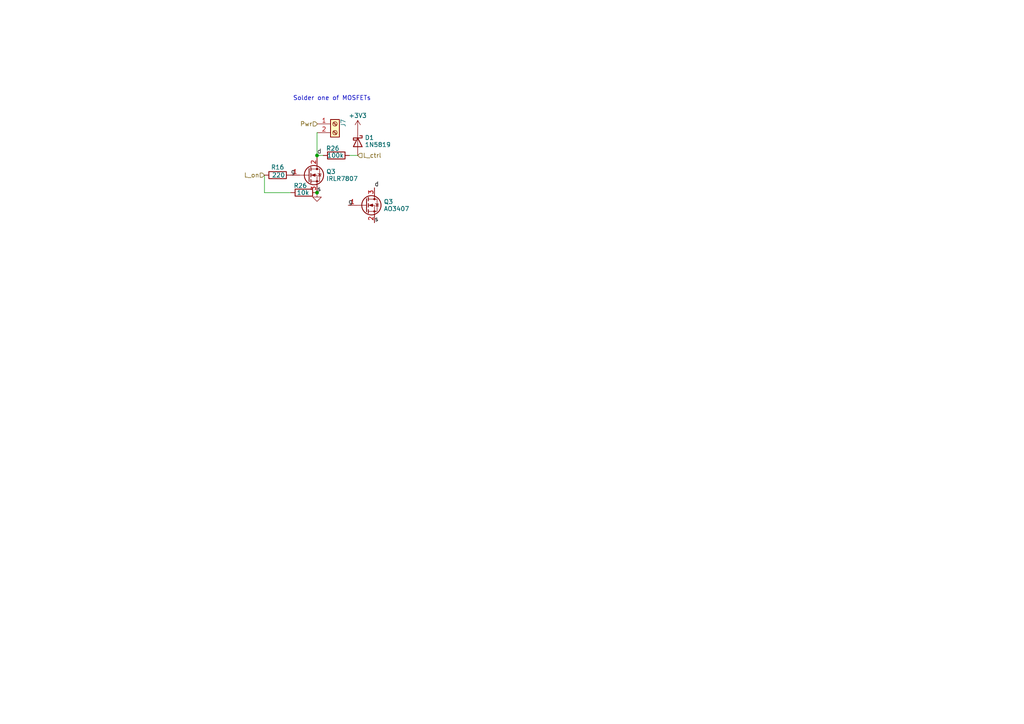
<source format=kicad_sch>
(kicad_sch (version 20230121) (generator eeschema)
  (paper "A4")
  (lib_symbols
    (symbol "Connector:Screw_Terminal_01x02" (pin_names (offset 1.016) hide)
      (property "Reference" "J" (at 0 2.54 0))
      (property "Value" "Screw_Terminal_01x02" (at 0 -5.08 0))
      (symbol "Screw_Terminal_01x02_1_1"
        (rectangle (start -1.27 1.27) (end 1.27 -3.81) (stroke (width 0.254)) (fill (type background)))
        (circle (center 0 -2.54) (radius 0.635) (stroke (width 0.1524)))
        (polyline (pts (xy -0.5334 -2.2098) (xy 0.3302 -3.048)) (stroke (width 0.1524)))
        (polyline (pts (xy -0.5334 0.3302) (xy 0.3302 -0.508)) (stroke (width 0.1524)))
        (polyline (pts (xy -0.3556 -2.032) (xy 0.508 -2.8702)) (stroke (width 0.1524)))
        (polyline (pts (xy -0.3556 0.508) (xy 0.508 -0.3302)) (stroke (width 0.1524)))
        (circle (center 0 0) (radius 0.635) (stroke (width 0.1524)))
        (pin passive line (at -5.08 0 0) (length 3.81) (name "Pin_1") (number "1"))
        (pin passive line (at -5.08 -2.54 0) (length 3.81) (name "Pin_2") (number "2"))
      )
    )
    (symbol "Device:D_Schottky" (pin_numbers hide) (pin_names (offset 1.016) hide)
      (property "Reference" "D" (at 0 2.54 0))
      (property "Value" "D_Schottky" (at 0 -2.54 0))
      (symbol "D_Schottky_0_1"
        (polyline (pts (xy 1.27 0) (xy -1.27 0)))
        (polyline (pts (xy 1.27 1.27) (xy 1.27 -1.27) (xy -1.27 0) (xy 1.27 1.27)) (stroke (width 0.254)))
        (polyline (pts (xy -1.905 0.635) (xy -1.905 1.27) (xy -1.27 1.27) (xy -1.27 -1.27) (xy -0.635 -1.27) (xy -0.635 -0.635)) (stroke (width 0.254)))
      )
      (symbol "D_Schottky_1_1"
        (pin passive line (at -3.81 0 0) (length 2.54) (name "K") (number "1"))
        (pin passive line (at 3.81 0 180) (length 2.54) (name "A") (number "2"))
      )
    )
    (symbol "Device:Q_NMOS_GDS" (pin_names (offset 0) hide)
      (property "Reference" "Q" (at 5.08 1.27 0))
      (property "Value" "Q_NMOS_GDS" (at 5.08 -1.27 0))
      (symbol "Q_NMOS_GDS_0_1"
        (polyline (pts (xy 0.254 0) (xy -2.54 0)))
        (polyline (pts (xy 0.254 1.905) (xy 0.254 -1.905)) (stroke (width 0.254)))
        (polyline (pts (xy 0.762 -1.27) (xy 0.762 -2.286)) (stroke (width 0.254)))
        (polyline (pts (xy 0.762 0.508) (xy 0.762 -0.508)) (stroke (width 0.254)))
        (polyline (pts (xy 0.762 2.286) (xy 0.762 1.27)) (stroke (width 0.254)))
        (polyline (pts (xy 2.54 2.54) (xy 2.54 1.778)))
        (polyline (pts (xy 2.54 -2.54) (xy 2.54 0) (xy 0.762 0)))
        (polyline (pts (xy 0.762 -1.778) (xy 3.302 -1.778) (xy 3.302 1.778) (xy 0.762 1.778)))
        (polyline (pts (xy 1.016 0) (xy 2.032 0.381) (xy 2.032 -0.381) (xy 1.016 0)) (fill (type outline)))
        (polyline (pts (xy 2.794 0.508) (xy 2.921 0.381) (xy 3.683 0.381) (xy 3.81 0.254)))
        (polyline (pts (xy 3.302 0.381) (xy 2.921 -0.254) (xy 3.683 -0.254) (xy 3.302 0.381)))
        (circle (center 1.651 0) (radius 2.794) (stroke (width 0.254)))
        (circle (center 2.54 -1.778) (radius 0.254) (fill (type outline)))
        (circle (center 2.54 1.778) (radius 0.254) (fill (type outline)))
      )
      (symbol "Q_NMOS_GDS_1_1"
        (pin input line (at -5.08 0 0) (length 2.54) (name "G") (number "1"))
        (pin passive line (at 2.54 5.08 270) (length 2.54) (name "D") (number "2"))
        (pin passive line (at 2.54 -5.08 90) (length 2.54) (name "S") (number "3"))
      )
    )
    (symbol "Device:Q_NMOS_GSD" (pin_names (offset 0) hide)
      (property "Reference" "Q" (at 5.08 1.27 0))
      (property "Value" "Q_NMOS_GSD" (at 5.08 -1.27 0))
      (symbol "Q_NMOS_GSD_0_1"
        (polyline (pts (xy 0.254 0) (xy -2.54 0)))
        (polyline (pts (xy 0.254 1.905) (xy 0.254 -1.905)) (stroke (width 0.254)))
        (polyline (pts (xy 0.762 -1.27) (xy 0.762 -2.286)) (stroke (width 0.254)))
        (polyline (pts (xy 0.762 0.508) (xy 0.762 -0.508)) (stroke (width 0.254)))
        (polyline (pts (xy 0.762 2.286) (xy 0.762 1.27)) (stroke (width 0.254)))
        (polyline (pts (xy 2.54 2.54) (xy 2.54 1.778)))
        (polyline (pts (xy 2.54 -2.54) (xy 2.54 0) (xy 0.762 0)))
        (polyline (pts (xy 0.762 -1.778) (xy 3.302 -1.778) (xy 3.302 1.778) (xy 0.762 1.778)))
        (polyline (pts (xy 1.016 0) (xy 2.032 0.381) (xy 2.032 -0.381) (xy 1.016 0)) (fill (type outline)))
        (polyline (pts (xy 2.794 0.508) (xy 2.921 0.381) (xy 3.683 0.381) (xy 3.81 0.254)))
        (polyline (pts (xy 3.302 0.381) (xy 2.921 -0.254) (xy 3.683 -0.254) (xy 3.302 0.381)))
        (circle (center 1.651 0) (radius 2.794) (stroke (width 0.254)))
        (circle (center 2.54 -1.778) (radius 0.254) (fill (type outline)))
        (circle (center 2.54 1.778) (radius 0.254) (fill (type outline)))
      )
      (symbol "Q_NMOS_GSD_1_1"
        (pin input line (at -5.08 0 0) (length 2.54) (name "G") (number "1"))
        (pin passive line (at 2.54 -5.08 90) (length 2.54) (name "S") (number "2"))
        (pin passive line (at 2.54 5.08 270) (length 2.54) (name "D") (number "3"))
      )
    )
    (symbol "Device:R" (pin_numbers hide) (pin_names (offset 0))
      (property "Reference" "R" (at 2.032 0 90))
      (property "Value" "R" (at 0 0 90))
      (symbol "R_0_1"
        (rectangle (start -1.016 -2.54) (end 1.016 2.54) (stroke (width 0.254)))
      )
      (symbol "R_1_1"
        (pin passive line (at 0 3.81 270) (length 1.27) (name "~") (number "1"))
        (pin passive line (at 0 -3.81 90) (length 1.27) (name "~") (number "2"))
      )
    )
    (symbol "GND_3" (power) (pin_names (offset 0))
      (property "Value" "GND_3" (at 0 -3.81 0))
      (symbol "GND_3_0_1"
        (polyline (pts (xy 0 0) (xy 0 -1.27) (xy 1.27 -1.27) (xy 0 -2.54) (xy -1.27 -1.27) (xy 0 -1.27)))
      )
      (symbol "GND_3_1_1"
        (pin power_in line (at 0 0 270) (length 0) hide (name "GND") (number "1"))
      )
    )
    (symbol "power:+3V3" (power) (pin_names (offset 0))
      (property "Value" "+3V3" (at 0 3.556 0))
      (symbol "+3V3_0_1"
        (polyline (pts (xy -0.762 1.27) (xy 0 2.54)))
        (polyline (pts (xy 0 0) (xy 0 2.54)))
        (polyline (pts (xy 0 2.54) (xy 0.762 1.27)))
      )
      (symbol "+3V3_1_1"
        (pin power_in line (at 0 0 90) (length 0) hide (name "+3V3") (number "1"))
      )
    )
  )
  (junction (at 91.948 45.085))
  (junction (at 91.948 55.88))
  (wire (pts (xy 76.708 55.88) (xy 76.708 50.8)))
  (wire (pts (xy 103.759 45.085) (xy 101.346 45.085)))
  (wire (pts (xy 91.948 45.085) (xy 91.948 45.72)))
  (wire (pts (xy 84.328 55.88) (xy 76.708 55.88)))
  (wire (pts (xy 93.726 45.085) (xy 91.948 45.085)))
  (wire (pts (xy 91.948 38.481) (xy 91.948 45.085)))
  (wire (pts (xy 92.075 38.481) (xy 91.948 38.481)))
  (text "Solder one of MOSFETs" (at 84.963 29.337 0) (effects (font (size 1.27 1.27)) (justify left bottom)))
  (label "g" (at 100.9869 59.533 0))
  (label "d" (at 108.6069 54.453 0))
  (label "s" (at 91.948 55.88 0))
  (label "d" (at 91.948 44.958 0))
  (label "s" (at 108.6069 64.613 0))
  (label "g" (at 84.328 50.8 0))
  (hierarchical_label "L_ctrl" (shape input) (at 103.759 45.085 0))
  (hierarchical_label "Pwr" (shape input) (at 92.075 35.941 180))
  (hierarchical_label "L_on" (shape input) (at 76.708 50.8 180))
  (symbol (lib_id "Connector:Screw_Terminal_01x02") (at 97.155 35.941 0) (unit 1)
    (property "Reference" "J7" (at 99.568 35.687 90))
    (property "Value" "Lamp" (effects hide))
    (property "Footprint" "TerminalBlock_Phoenix:TerminalBlock_Phoenix_MKDS-1,5-2_1x02_P5.00mm_Horizontal" (effects hide))
    (instances (project "lamps" (path "" (reference "J7") (unit 1)) (path "" (reference "J2") (unit 1)) (path "" (reference "J7") (unit 1)) (path "" (reference "J11") (unit 1))) (project "stm32" (path "" (reference "J12") (unit 1))))
  )
  (symbol (lib_name "GND_3") (lib_id "power:GND") (at 91.948 55.88 0) (mirror y) (unit 1)
    (property "Reference" "#PWR032" (effects hide))
    (property "Value" "GND" (effects hide))
    (instances (project "lamps" (path "" (reference "#PWR032") (unit 1)) (path "" (reference "#PWR010") (unit 1)) (path "" (reference "#PWR032") (unit 1)) (path "" (reference "#PWR040") (unit 1))))
  )
  (symbol (lib_id "Device:R") (at 88.138 55.88 270) (unit 1)
    (property "Reference" "R26" (at 87.122 53.848 90))
    (property "Value" "10k" (at 87.884 55.88 90))
    (property "Footprint" "Resistor_SMD:R_0603_1608Metric_Pad0.98x0.95mm_HandSolder" (effects hide))
    (instances (project "lamps" (path "" (reference "R26") (unit 1)) (path "" (reference "R4") (unit 1)) (path "" (reference "R12") (unit 1)) (path "" (reference "R24") (unit 1))))
  )
  (symbol (lib_id "power:+3V3") (at 103.759 37.465 0) (unit 1)
    (property "Reference" "#PWR024" (effects hide))
    (property "Value" "+3V3" (at 103.759 33.52 0))
    (instances (project "lamps" (path "" (reference "#PWR024") (unit 1)) (path "" (reference "#PWR011") (unit 1)) (path "" (reference "#PWR033") (unit 1)) (path "" (reference "#PWR041") (unit 1))))
  )
  (symbol (lib_id "Device:R") (at 97.536 45.085 270) (unit 1)
    (property "Reference" "R26" (at 96.52 43.053 90))
    (property "Value" "100k" (at 97.282 45.085 90))
    (property "Footprint" "Resistor_SMD:R_0603_1608Metric_Pad0.98x0.95mm_HandSolder" (effects hide))
    (instances (project "lamps" (path "" (reference "R26") (unit 1)) (path "" (reference "R5") (unit 1)) (path "" (reference "R13") (unit 1)) (path "" (reference "R25") (unit 1))))
  )
  (symbol (lib_id "Device:Q_NMOS_GSD") (at 106.0669 59.533 0) (unit 1)
    (property "Reference" "Q3" (at 111.2739 58.509 0) (effects (justify left)))
    (property "Value" "AO3407" (at 111.2739 60.557 0) (effects (justify left)))
    (property "Footprint" "Package_TO_SOT_SMD:SOT-23_Handsoldering" (effects hide))
    (instances (project "lamps" (path "" (reference "Q3") (unit 1)) (path "" (reference "Q3") (unit 1)) (path "" (reference "Q3") (unit 1)) (path "" (reference "Q4") (unit 1)) (path "" (reference "Q6") (unit 1)) (path "" (reference "Q8") (unit 1)) (path "" (reference "Q8") (unit 1))))
  )
  (symbol (lib_id "Device:Q_NMOS_GDS") (at 89.408 50.8 0) (unit 1)
    (property "Reference" "Q3" (at 94.615 49.776 0) (effects (justify left)))
    (property "Value" "IRLR7807" (at 94.615 51.824 0) (effects (justify left)))
    (property "Footprint" "Package_TO_SOT_SMD:TO-252-3_TabPin2" (effects hide))
    (instances (project "lamps" (path "" (reference "Q3") (unit 1)) (path "" (reference "Q2") (unit 1)) (path "" (reference "Q7") (unit 1))))
  )
  (symbol (lib_id "Device:D_Schottky") (at 103.759 41.275 270) (unit 1)
    (property "Reference" "D1" (at 105.791 39.9335 90) (effects (justify left)))
    (property "Value" "1N5819" (at 105.791 41.9815 90) (effects (justify left)))
    (property "Footprint" "Diode_SMD:D_SOD-323_HandSoldering" (effects hide))
    (instances (project "lamps" (path "" (reference "D1") (unit 1)) (path "" (reference "D1") (unit 1)) (path "" (reference "D10") (unit 1)) (path "" (reference "D14") (unit 1))))
  )
  (symbol (lib_id "Device:R") (at 80.518 50.8 90) (unit 1)
    (property "Reference" "R16" (at 80.518 48.514 90))
    (property "Value" "220" (at 80.772 50.8 90))
    (property "Footprint" "Resistor_SMD:R_0603_1608Metric_Pad0.98x0.95mm_HandSolder" (effects hide))
    (instances (project "lamps" (path "" (reference "R16") (unit 1)) (path "" (reference "R3") (unit 1)) (path "" (reference "R11") (unit 1)) (path "" (reference "R23") (unit 1))))
  )
)
</source>
